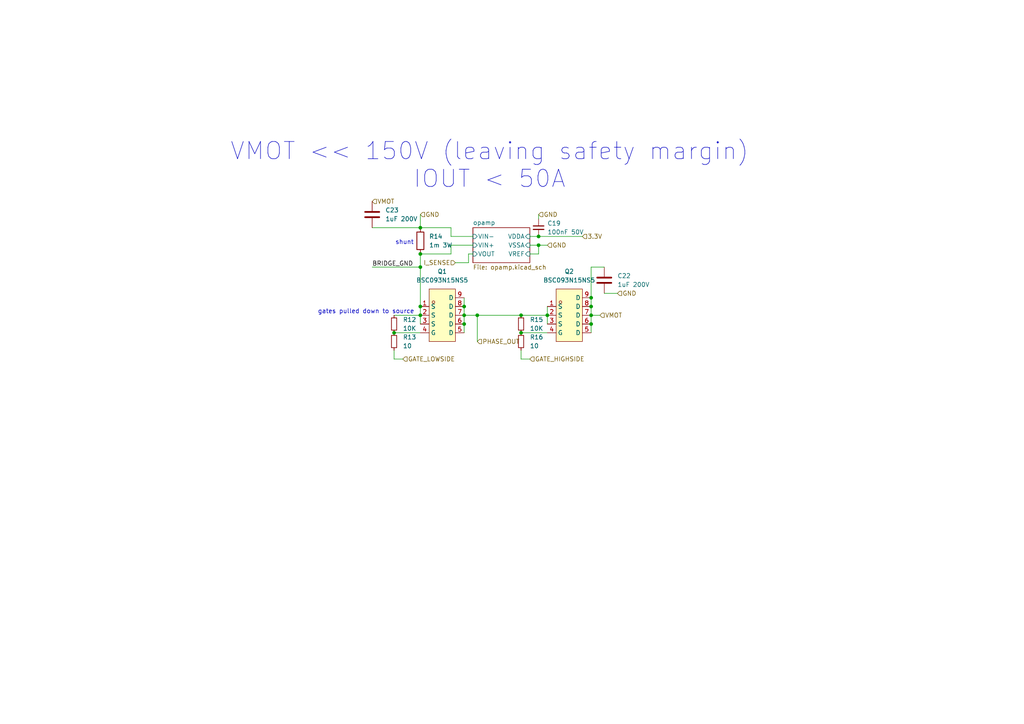
<source format=kicad_sch>
(kicad_sch (version 20250114) (generator "eeschema") (generator_version "9.0")
  (paper "A4")
  (lib_symbols
    (symbol "symbols:BSC190N15NS3G(TOKMAS)"
      (property "Reference" "Q" (at 0 10.16 0))
      (property "Value" "BSC190N15NS3G(TOKMAS)" (at 0 -10.16 0))
      (symbol "BSC190N15NS3G(TOKMAS)_0_1"
        (rectangle (start -5.08 7.62) (end 2.54 -7.62) (fill (type background)))
        (circle (center -3.81 3.81) (radius 0.38))
      )
      (symbol "BSC190N15NS3G(TOKMAS)_1_1"
        (pin passive line (at -7.62 2.54 0) (length 2.54) (name "S") (number "1"))
        (pin passive line (at -7.62 0 0) (length 2.54) (name "S") (number "2"))
        (pin passive line (at -7.62 -2.54 0) (length 2.54) (name "S") (number "3"))
        (pin input line (at -7.62 -5.08 0) (length 2.54) (name "G") (number "4"))
        (pin passive line (at 5.08 5.08 180) (length 2.54) (name "D") (number "9"))
        (pin passive line (at 5.08 2.54 180) (length 2.54) (name "D") (number "8"))
        (pin passive line (at 5.08 0 180) (length 2.54) (name "D") (number "7"))
        (pin passive line (at 5.08 -2.54 180) (length 2.54) (name "D") (number "6"))
        (pin passive line (at 5.08 -5.08 180) (length 2.54) (name "D") (number "5"))
      )
    )
    (symbol "symbols:C" (pin_numbers (hide yes)) (pin_names (offset 0.254))
      (property "Reference" "C" (at 0.635 2.54 0))
      (property "Value" "C" (at 0.635 -2.54 0))
      (symbol "C_0_1"
        (polyline (pts (xy -2.032 0.762) (xy 2.032 0.762)) (stroke (width 0.508)))
        (polyline (pts (xy -2.032 -0.762) (xy 2.032 -0.762)) (stroke (width 0.508)))
      )
      (symbol "C_1_1"
        (pin passive line (at 0 3.81 270) (length 2.794) (name "~") (number "1"))
        (pin passive line (at 0 -3.81 90) (length 2.794) (name "~") (number "2"))
      )
    )
    (symbol "symbols:C_Small" (pin_numbers (hide yes)) (pin_names (offset 0.254) (hide yes))
      (property "Reference" "C" (at 0.254 1.778 0))
      (property "Value" "C_Small" (at 0.254 -2.032 0))
      (symbol "C_Small_0_1"
        (polyline (pts (xy -1.524 0.508) (xy 1.524 0.508)) (stroke (width 0.3048)))
        (polyline (pts (xy -1.524 -0.508) (xy 1.524 -0.508)) (stroke (width 0.3302)))
      )
      (symbol "C_Small_1_1"
        (pin passive line (at 0 2.54 270) (length 2.032) (name "~") (number "1"))
        (pin passive line (at 0 -2.54 90) (length 2.032) (name "~") (number "2"))
      )
    )
    (symbol "symbols:R" (pin_numbers (hide yes)) (pin_names (offset 0))
      (property "Reference" "R" (at 2.032 0 90))
      (property "Value" "R" (at 0 0 90))
      (symbol "R_0_1"
        (rectangle (start -1.016 -2.54) (end 1.016 2.54) (stroke (width 0.254)))
      )
      (symbol "R_1_1"
        (pin passive line (at 0 3.81 270) (length 1.27) (name "~") (number "1"))
        (pin passive line (at 0 -3.81 90) (length 1.27) (name "~") (number "2"))
      )
    )
    (symbol "symbols:R_Small" (pin_numbers (hide yes)) (pin_names (offset 0.254) (hide yes))
      (property "Reference" "R" (at 0 0 90))
      (property "Value" "R_Small" (at 1.778 0 90))
      (symbol "R_Small_0_1"
        (rectangle (start -0.762 1.778) (end 0.762 -1.778) (stroke (width 0.2032)))
      )
      (symbol "R_Small_1_1"
        (pin passive line (at 0 2.54 270) (length 0.762) (name "~") (number "1"))
        (pin passive line (at 0 -2.54 90) (length 0.762) (name "~") (number "2"))
      )
    )
  )
  (text "shunt" (at 117.348 70.358 0) (effects (font (size 1.27 1.27))))
  (text "gates pulled down to source" (at 106.172 90.424 0) (effects (font (size 1.27 1.27))))
  (text "VMOT << 150V (leaving safety margin)\nIOUT < 50A" (at 141.986 48.006 0) (effects (font (size 5 5))))
  (junction (at 138.43 91.44))
  (junction (at 156.21 68.58))
  (junction (at 121.92 66.04))
  (junction (at 151.13 96.52))
  (junction (at 171.45 86.36))
  (junction (at 171.45 88.9))
  (junction (at 156.21 71.12))
  (junction (at 121.92 91.44))
  (junction (at 134.62 88.9))
  (junction (at 134.62 91.44))
  (junction (at 171.45 93.98))
  (junction (at 121.92 77.47))
  (junction (at 114.3 96.52))
  (junction (at 171.45 91.44))
  (junction (at 158.75 91.44))
  (junction (at 121.92 73.66))
  (junction (at 134.62 93.98))
  (junction (at 121.92 88.9))
  (junction (at 151.13 91.44))
  (wire (pts (xy 121.92 77.47) (xy 121.92 88.9)))
  (wire (pts (xy 130.81 73.66) (xy 121.92 73.66)))
  (wire (pts (xy 151.13 101.6) (xy 151.13 104.14)))
  (wire (pts (xy 107.95 66.04) (xy 121.92 66.04)))
  (wire (pts (xy 156.21 71.12) (xy 158.75 71.12)))
  (wire (pts (xy 107.95 77.47) (xy 121.92 77.47)))
  (wire (pts (xy 171.45 93.98) (xy 171.45 96.52)))
  (wire (pts (xy 156.21 62.23) (xy 156.21 63.5)))
  (wire (pts (xy 130.81 68.58) (xy 137.16 68.58)))
  (wire (pts (xy 134.62 86.36) (xy 134.62 88.9)))
  (wire (pts (xy 153.67 73.66) (xy 156.21 73.66)))
  (wire (pts (xy 114.3 91.44) (xy 121.92 91.44)))
  (wire (pts (xy 173.99 91.44) (xy 171.45 91.44)))
  (wire (pts (xy 156.21 73.66) (xy 156.21 71.12)))
  (wire (pts (xy 132.08 76.2) (xy 135.89 76.2)))
  (wire (pts (xy 158.75 91.44) (xy 158.75 93.98)))
  (wire (pts (xy 121.92 88.9) (xy 121.92 91.44)))
  (wire (pts (xy 156.21 71.12) (xy 153.67 71.12)))
  (wire (pts (xy 130.81 71.12) (xy 130.81 73.66)))
  (wire (pts (xy 171.45 91.44) (xy 171.45 93.98)))
  (wire (pts (xy 138.43 99.06) (xy 138.43 91.44)))
  (wire (pts (xy 151.13 91.44) (xy 158.75 91.44)))
  (wire (pts (xy 134.62 88.9) (xy 134.62 91.44)))
  (wire (pts (xy 135.89 73.66) (xy 137.16 73.66)))
  (wire (pts (xy 175.26 85.09) (xy 179.07 85.09)))
  (wire (pts (xy 151.13 104.14) (xy 153.67 104.14)))
  (wire (pts (xy 121.92 73.66) (xy 121.92 77.47)))
  (wire (pts (xy 135.89 76.2) (xy 135.89 73.66)))
  (wire (pts (xy 134.62 91.44) (xy 138.43 91.44)))
  (wire (pts (xy 121.92 91.44) (xy 121.92 93.98)))
  (wire (pts (xy 171.45 88.9) (xy 171.45 91.44)))
  (wire (pts (xy 171.45 86.36) (xy 171.45 88.9)))
  (wire (pts (xy 114.3 96.52) (xy 121.92 96.52)))
  (wire (pts (xy 134.62 91.44) (xy 134.62 93.98)))
  (wire (pts (xy 116.84 104.14) (xy 114.3 104.14)))
  (wire (pts (xy 171.45 77.47) (xy 171.45 86.36)))
  (wire (pts (xy 130.81 71.12) (xy 137.16 71.12)))
  (wire (pts (xy 151.13 96.52) (xy 158.75 96.52)))
  (wire (pts (xy 158.75 88.9) (xy 158.75 91.44)))
  (wire (pts (xy 153.67 68.58) (xy 156.21 68.58)))
  (wire (pts (xy 134.62 93.98) (xy 134.62 96.52)))
  (wire (pts (xy 171.45 77.47) (xy 175.26 77.47)))
  (wire (pts (xy 130.81 66.04) (xy 121.92 66.04)))
  (wire (pts (xy 114.3 104.14) (xy 114.3 101.6)))
  (wire (pts (xy 121.92 62.23) (xy 121.92 66.04)))
  (wire (pts (xy 130.81 68.58) (xy 130.81 66.04)))
  (wire (pts (xy 138.43 91.44) (xy 151.13 91.44)))
  (wire (pts (xy 156.21 68.58) (xy 168.91 68.58)))
  (label "BRIDGE_GND" (at 107.95 77.47 0))
  (hierarchical_label "VMOT" (shape input) (at 107.95 58.42 0))
  (hierarchical_label "PHASE_OUT" (shape input) (at 138.43 99.06 0))
  (hierarchical_label "GND" (shape input) (at 121.92 62.23 0))
  (hierarchical_label "VMOT" (shape input) (at 173.99 91.44 0))
  (hierarchical_label "GATE_LOWSIDE" (shape input) (at 116.84 104.14 0))
  (hierarchical_label "GND" (shape input) (at 158.75 71.12 0))
  (hierarchical_label "GATE_HIGHSIDE" (shape input) (at 153.67 104.14 0))
  (hierarchical_label "GND" (shape input) (at 179.07 85.09 0))
  (hierarchical_label "GND" (shape input) (at 156.21 62.23 0))
  (hierarchical_label "I_SENSE" (shape input) (at 132.08 76.2 180))
  (hierarchical_label "3.3V" (shape input) (at 168.91 68.58 0))
  (symbol (lib_id "symbols:R") (at 121.92 69.85 0) (unit 1)
    (property "Reference" "R14" (at 124.46 68.58 0) (effects (justify left)))
    (property "Value" "1m 3W" (at 124.46 71.12 0) (effects (justify left)))
    (property "Footprint" "Resistor_SMD:R_2512_6332Metric" (effects (hide yes)))
    (property "Description" "Resistor" (effects (hide yes)))
    (instances (project "BLDC-FOC" (path "" (reference "R14") (unit 1)) (path "" (reference "R28") (unit 1)) (path "" (reference "R19") (unit 1))))
  )
  (symbol (lib_id "symbols:R_Small") (at 151.13 93.98 0) (unit 1)
    (property "Reference" "R15" (at 153.67 92.71 0) (effects (justify left)))
    (property "Value" "10K" (at 153.67 95.25 0) (effects (justify left)))
    (property "Footprint" "Resistor_SMD:R_0402_1005Metric" (effects (hide yes)))
    (property "Description" "Resistor, small symbol" (effects (hide yes)))
    (instances (project "BLDC-FOC" (path "" (reference "R15") (unit 1)) (path "" (reference "R29") (unit 1)) (path "" (reference "R20") (unit 1))))
  )
  (symbol (lib_id "symbols:R_Small") (at 114.3 99.06 0) (unit 1)
    (property "Reference" "R13" (at 116.84 97.79 0) (effects (justify left)))
    (property "Value" "10" (at 116.84 100.33 0) (effects (justify left)))
    (property "Footprint" "Resistor_SMD:R_0402_1005Metric" (effects (hide yes)))
    (property "Description" "Resistor, small symbol" (effects (hide yes)))
    (instances (project "BLDC-FOC" (path "" (reference "R13") (unit 1)) (path "" (reference "R27") (unit 1)) (path "" (reference "R18") (unit 1))))
  )
  (symbol (lib_id "symbols:BSC190N15NS3G(TOKMAS)") (at 166.37 91.44 0) (unit 1)
    (property "Reference" "Q2" (at 165.1 78.74 0))
    (property "Value" "BSC093N15NS5" (at 165.1 81.28 0))
    (property "Footprint" "EasyEDA:DFN-8_L5.5-W5.2-P1.27-LS6.1-BL" (effects (hide yes)))
    (property "LCSC Part" "C19626231" (effects (hide yes)))
    (instances (project "BLDC-FOC" (path "" (reference "Q2") (unit 1)) (path "" (reference "Q6") (unit 1)) (path "" (reference "Q4") (unit 1))))
  )
  (symbol (lib_id "symbols:C_Small") (at 156.21 66.04 0) (unit 1)
    (property "Reference" "C19" (at 158.75 64.7763 0) (effects (justify left)))
    (property "Value" "100nF 50V" (at 158.75 67.3163 0) (effects (justify left)))
    (property "Footprint" "Capacitor_SMD:C_0402_1005Metric" (effects (hide yes)))
    (property "Description" "Unpolarized capacitor, small symbol" (effects (hide yes)))
    (instances (project "FOC-driver" (path "" (reference "C19") (unit 1)) (path "" (reference "C33") (unit 1)) (path "" (reference "C26") (unit 1))))
  )
  (symbol (lib_id "symbols:BSC190N15NS3G(TOKMAS)") (at 129.54 91.44 0) (unit 1)
    (property "Reference" "Q1" (at 128.27 78.74 0))
    (property "Value" "BSC093N15NS5" (at 128.27 81.28 0))
    (property "Footprint" "EasyEDA:DFN-8_L5.5-W5.2-P1.27-LS6.1-BL" (effects (hide yes)))
    (property "LCSC Part" "C19626231" (effects (hide yes)))
    (instances (project "BLDC-FOC" (path "" (reference "Q1") (unit 1)) (path "" (reference "Q5") (unit 1)) (path "" (reference "Q3") (unit 1))))
  )
  (symbol (lib_id "symbols:C") (at 107.95 62.23 0) (unit 1)
    (property "Reference" "C23" (at 111.76 60.96 0) (effects (justify left)))
    (property "Value" "1uF 200V" (at 111.76 63.5 0) (effects (justify left)))
    (property "Footprint" "Capacitor_SMD:C_1812_4532Metric" (effects (hide yes)))
    (property "Description" "Unpolarized capacitor" (effects (hide yes)))
    (instances (project "FOC-driver" (path "" (reference "C23") (unit 1)) (path "" (reference "C65") (unit 1)) (path "" (reference "C30") (unit 1))))
  )
  (symbol (lib_id "symbols:R_Small") (at 151.13 99.06 0) (unit 1)
    (property "Reference" "R16" (at 153.67 97.79 0) (effects (justify left)))
    (property "Value" "10" (at 153.67 100.33 0) (effects (justify left)))
    (property "Footprint" "Resistor_SMD:R_0402_1005Metric" (effects (hide yes)))
    (property "Description" "Resistor, small symbol" (effects (hide yes)))
    (instances (project "BLDC-FOC" (path "" (reference "R16") (unit 1)) (path "" (reference "R30") (unit 1)) (path "" (reference "R21") (unit 1))))
  )
  (symbol (lib_id "symbols:R_Small") (at 114.3 93.98 0) (unit 1)
    (property "Reference" "R12" (at 116.84 92.71 0) (effects (justify left)))
    (property "Value" "10K" (at 116.84 95.25 0) (effects (justify left)))
    (property "Footprint" "Resistor_SMD:R_0402_1005Metric" (effects (hide yes)))
    (property "Description" "Resistor, small symbol" (effects (hide yes)))
    (instances (project "BLDC-FOC" (path "" (reference "R12") (unit 1)) (path "" (reference "R26") (unit 1)) (path "" (reference "R17") (unit 1))))
  )
  (symbol (lib_id "symbols:C") (at 175.26 81.28 0) (unit 1)
    (property "Reference" "C22" (at 179.07 80.01 0) (effects (justify left)))
    (property "Value" "1uF 200V" (at 179.07 82.55 0) (effects (justify left)))
    (property "Footprint" "Capacitor_SMD:C_1812_4532Metric" (effects (hide yes)))
    (property "Description" "Unpolarized capacitor" (effects (hide yes)))
    (instances (project "BLDC-FOC" (path "" (reference "C22") (unit 1)) (path "" (reference "C36") (unit 1)) (path "" (reference "C29") (unit 1))))
  )
  (sheet (at 137.16 66.04) (size 16.51 10.16) (stroke (width 0.1524))
    (property "Sheetname" "opamp" (at 137.16 65.3284 0) (effects (justify left bottom)))
    (property "Sheetfile" "opamp.kicad_sch" (at 137.16 76.7846 0) (effects (justify left top)))
    (pin "VDDA" input (at 153.67 68.58 0))
    (pin "VIN+" input (at 137.16 71.12 180))
    (pin "VOUT" input (at 137.16 73.66 180))
    (pin "VREF" input (at 153.67 73.66 0))
    (pin "VSSA" input (at 153.67 71.12 0))
    (pin "VIN-" input (at 137.16 68.58 180))
  )
)
</source>
